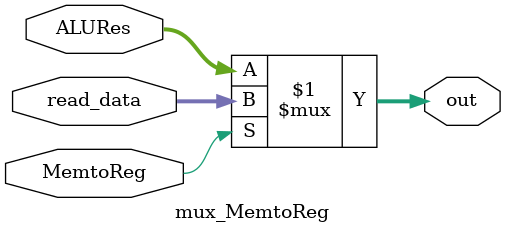
<source format=v>
module mux_MemtoReg (read_data, ALURes, MemtoReg, out);

    input [31:0] read_data,ALURes;
    input MemtoReg;
    output [31:0]out;
    
    assign out=(MemtoReg)? read_data:ALURes;
    
endmodule
</source>
